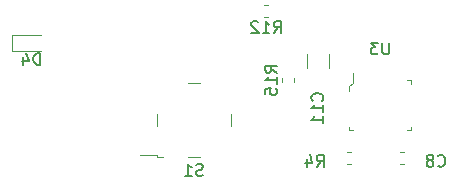
<source format=gbo>
G04 #@! TF.GenerationSoftware,KiCad,Pcbnew,5.1.5+dfsg1-2build2*
G04 #@! TF.CreationDate,2020-09-23T11:02:05-04:00*
G04 #@! TF.ProjectId,Wifi_Geiger,57696669-5f47-4656-9967-65722e6b6963,rev?*
G04 #@! TF.SameCoordinates,Original*
G04 #@! TF.FileFunction,Legend,Bot*
G04 #@! TF.FilePolarity,Positive*
%FSLAX46Y46*%
G04 Gerber Fmt 4.6, Leading zero omitted, Abs format (unit mm)*
G04 Created by KiCad (PCBNEW 5.1.5+dfsg1-2build2) date 2020-09-23 11:02:05*
%MOMM*%
%LPD*%
G04 APERTURE LIST*
%ADD10C,0.120000*%
%ADD11C,0.100000*%
%ADD12C,0.150000*%
G04 APERTURE END LIST*
D10*
X187453733Y-132260000D02*
X187796267Y-132260000D01*
X187453733Y-131240000D02*
X187796267Y-131240000D01*
X157050000Y-122685000D02*
X154565000Y-122685000D01*
X154565000Y-122685000D02*
X154565000Y-121315000D01*
X154565000Y-121315000D02*
X157050000Y-121315000D01*
X179590000Y-122910436D02*
X179590000Y-124114564D01*
X181410000Y-122910436D02*
X181410000Y-124114564D01*
X182953733Y-132260000D02*
X183296267Y-132260000D01*
X182953733Y-131240000D02*
X183296267Y-131240000D01*
X175953733Y-118740000D02*
X176296267Y-118740000D01*
X175953733Y-119760000D02*
X176296267Y-119760000D01*
X178510000Y-124953733D02*
X178510000Y-125296267D01*
X177490000Y-124953733D02*
X177490000Y-125296267D01*
D11*
X167400000Y-131600000D02*
X166900000Y-131600000D01*
X166900000Y-131600000D02*
X166900000Y-131500000D01*
X166900000Y-131500000D02*
X166600000Y-131500000D01*
X166600000Y-131500000D02*
X165400000Y-131500000D01*
X170000000Y-131600000D02*
X169500000Y-131600000D01*
X170000000Y-131600000D02*
X170500000Y-131600000D01*
X170000000Y-125400000D02*
X170500000Y-125400000D01*
X170000000Y-125400000D02*
X169500000Y-125400000D01*
X173100000Y-128500000D02*
X173100000Y-128000000D01*
X173100000Y-128500000D02*
X173100000Y-129000000D01*
X166900000Y-128500000D02*
X166900000Y-128000000D01*
X166900000Y-128500000D02*
X166900000Y-129000000D01*
X183150000Y-126050000D02*
X183150000Y-125650000D01*
X183150000Y-125650000D02*
X183450000Y-125350000D01*
X183450000Y-125350000D02*
X183450000Y-124550000D01*
X188050000Y-125150000D02*
X188350000Y-125150000D01*
X188350000Y-125150000D02*
X188350000Y-125450000D01*
X183450000Y-129350000D02*
X183150000Y-129350000D01*
X183150000Y-129350000D02*
X183150000Y-129050000D01*
X188050000Y-129350000D02*
X188350000Y-129350000D01*
X188350000Y-129350000D02*
X188350000Y-129050000D01*
D12*
X190666666Y-132357142D02*
X190714285Y-132404761D01*
X190857142Y-132452380D01*
X190952380Y-132452380D01*
X191095238Y-132404761D01*
X191190476Y-132309523D01*
X191238095Y-132214285D01*
X191285714Y-132023809D01*
X191285714Y-131880952D01*
X191238095Y-131690476D01*
X191190476Y-131595238D01*
X191095238Y-131500000D01*
X190952380Y-131452380D01*
X190857142Y-131452380D01*
X190714285Y-131500000D01*
X190666666Y-131547619D01*
X190095238Y-131880952D02*
X190190476Y-131833333D01*
X190238095Y-131785714D01*
X190285714Y-131690476D01*
X190285714Y-131642857D01*
X190238095Y-131547619D01*
X190190476Y-131500000D01*
X190095238Y-131452380D01*
X189904761Y-131452380D01*
X189809523Y-131500000D01*
X189761904Y-131547619D01*
X189714285Y-131642857D01*
X189714285Y-131690476D01*
X189761904Y-131785714D01*
X189809523Y-131833333D01*
X189904761Y-131880952D01*
X190095238Y-131880952D01*
X190190476Y-131928571D01*
X190238095Y-131976190D01*
X190285714Y-132071428D01*
X190285714Y-132261904D01*
X190238095Y-132357142D01*
X190190476Y-132404761D01*
X190095238Y-132452380D01*
X189904761Y-132452380D01*
X189809523Y-132404761D01*
X189761904Y-132357142D01*
X189714285Y-132261904D01*
X189714285Y-132071428D01*
X189761904Y-131976190D01*
X189809523Y-131928571D01*
X189904761Y-131880952D01*
X156988095Y-123832380D02*
X156988095Y-122832380D01*
X156750000Y-122832380D01*
X156607142Y-122880000D01*
X156511904Y-122975238D01*
X156464285Y-123070476D01*
X156416666Y-123260952D01*
X156416666Y-123403809D01*
X156464285Y-123594285D01*
X156511904Y-123689523D01*
X156607142Y-123784761D01*
X156750000Y-123832380D01*
X156988095Y-123832380D01*
X155559523Y-123165714D02*
X155559523Y-123832380D01*
X155797619Y-122784761D02*
X156035714Y-123499047D01*
X155416666Y-123499047D01*
X180857142Y-126857142D02*
X180904761Y-126809523D01*
X180952380Y-126666666D01*
X180952380Y-126571428D01*
X180904761Y-126428571D01*
X180809523Y-126333333D01*
X180714285Y-126285714D01*
X180523809Y-126238095D01*
X180380952Y-126238095D01*
X180190476Y-126285714D01*
X180095238Y-126333333D01*
X180000000Y-126428571D01*
X179952380Y-126571428D01*
X179952380Y-126666666D01*
X180000000Y-126809523D01*
X180047619Y-126857142D01*
X180952380Y-127809523D02*
X180952380Y-127238095D01*
X180952380Y-127523809D02*
X179952380Y-127523809D01*
X180095238Y-127428571D01*
X180190476Y-127333333D01*
X180238095Y-127238095D01*
X180952380Y-128761904D02*
X180952380Y-128190476D01*
X180952380Y-128476190D02*
X179952380Y-128476190D01*
X180095238Y-128380952D01*
X180190476Y-128285714D01*
X180238095Y-128190476D01*
X180416666Y-132452380D02*
X180750000Y-131976190D01*
X180988095Y-132452380D02*
X180988095Y-131452380D01*
X180607142Y-131452380D01*
X180511904Y-131500000D01*
X180464285Y-131547619D01*
X180416666Y-131642857D01*
X180416666Y-131785714D01*
X180464285Y-131880952D01*
X180511904Y-131928571D01*
X180607142Y-131976190D01*
X180988095Y-131976190D01*
X179559523Y-131785714D02*
X179559523Y-132452380D01*
X179797619Y-131404761D02*
X180035714Y-132119047D01*
X179416666Y-132119047D01*
X176767857Y-121132380D02*
X177101190Y-120656190D01*
X177339285Y-121132380D02*
X177339285Y-120132380D01*
X176958333Y-120132380D01*
X176863095Y-120180000D01*
X176815476Y-120227619D01*
X176767857Y-120322857D01*
X176767857Y-120465714D01*
X176815476Y-120560952D01*
X176863095Y-120608571D01*
X176958333Y-120656190D01*
X177339285Y-120656190D01*
X175815476Y-121132380D02*
X176386904Y-121132380D01*
X176101190Y-121132380D02*
X176101190Y-120132380D01*
X176196428Y-120275238D01*
X176291666Y-120370476D01*
X176386904Y-120418095D01*
X175434523Y-120227619D02*
X175386904Y-120180000D01*
X175291666Y-120132380D01*
X175053571Y-120132380D01*
X174958333Y-120180000D01*
X174910714Y-120227619D01*
X174863095Y-120322857D01*
X174863095Y-120418095D01*
X174910714Y-120560952D01*
X175482142Y-121132380D01*
X174863095Y-121132380D01*
X177022380Y-124482142D02*
X176546190Y-124148809D01*
X177022380Y-123910714D02*
X176022380Y-123910714D01*
X176022380Y-124291666D01*
X176070000Y-124386904D01*
X176117619Y-124434523D01*
X176212857Y-124482142D01*
X176355714Y-124482142D01*
X176450952Y-124434523D01*
X176498571Y-124386904D01*
X176546190Y-124291666D01*
X176546190Y-123910714D01*
X177022380Y-125434523D02*
X177022380Y-124863095D01*
X177022380Y-125148809D02*
X176022380Y-125148809D01*
X176165238Y-125053571D01*
X176260476Y-124958333D01*
X176308095Y-124863095D01*
X176022380Y-126339285D02*
X176022380Y-125863095D01*
X176498571Y-125815476D01*
X176450952Y-125863095D01*
X176403333Y-125958333D01*
X176403333Y-126196428D01*
X176450952Y-126291666D01*
X176498571Y-126339285D01*
X176593809Y-126386904D01*
X176831904Y-126386904D01*
X176927142Y-126339285D01*
X176974761Y-126291666D01*
X177022380Y-126196428D01*
X177022380Y-125958333D01*
X176974761Y-125863095D01*
X176927142Y-125815476D01*
X170761904Y-133174761D02*
X170619047Y-133222380D01*
X170380952Y-133222380D01*
X170285714Y-133174761D01*
X170238095Y-133127142D01*
X170190476Y-133031904D01*
X170190476Y-132936666D01*
X170238095Y-132841428D01*
X170285714Y-132793809D01*
X170380952Y-132746190D01*
X170571428Y-132698571D01*
X170666666Y-132650952D01*
X170714285Y-132603333D01*
X170761904Y-132508095D01*
X170761904Y-132412857D01*
X170714285Y-132317619D01*
X170666666Y-132270000D01*
X170571428Y-132222380D01*
X170333333Y-132222380D01*
X170190476Y-132270000D01*
X169238095Y-133222380D02*
X169809523Y-133222380D01*
X169523809Y-133222380D02*
X169523809Y-132222380D01*
X169619047Y-132365238D01*
X169714285Y-132460476D01*
X169809523Y-132508095D01*
X186529684Y-121952380D02*
X186529684Y-122761904D01*
X186482065Y-122857142D01*
X186434446Y-122904761D01*
X186339208Y-122952380D01*
X186148732Y-122952380D01*
X186053494Y-122904761D01*
X186005875Y-122857142D01*
X185958256Y-122761904D01*
X185958256Y-121952380D01*
X185577303Y-121952380D02*
X184958256Y-121952380D01*
X185291589Y-122333333D01*
X185148732Y-122333333D01*
X185053494Y-122380952D01*
X185005875Y-122428571D01*
X184958256Y-122523809D01*
X184958256Y-122761904D01*
X185005875Y-122857142D01*
X185053494Y-122904761D01*
X185148732Y-122952380D01*
X185434446Y-122952380D01*
X185529684Y-122904761D01*
X185577303Y-122857142D01*
M02*

</source>
